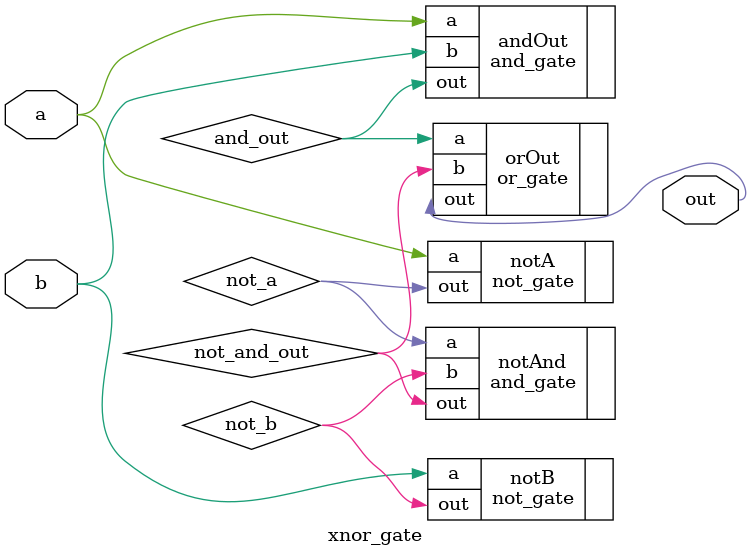
<source format=v>
module xnor_gate(a, b, out);

input a;
input b;

output out;

wire not_a;
wire not_b;
wire and_out;
wire not_and_out;

not_gate notA(.a(a), .out(not_a));
not_gate notB(.a(b), .out(not_b));
and_gate andOut(.a(a), .b(b), .out(and_out));
and_gate notAnd(.a(not_a), .b(not_b), .out(not_and_out));
or_gate orOut(.a(and_out), .b(not_and_out), .out(out));

endmodule

</source>
